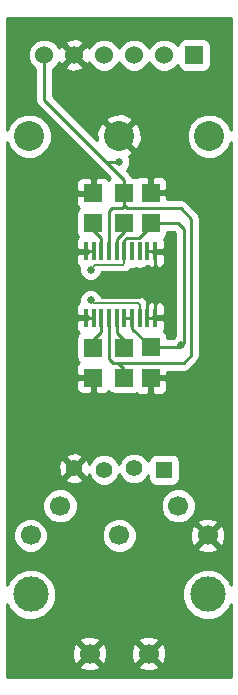
<source format=gbr>
G04 #@! TF.FileFunction,Copper,L2,Bot,Signal*
%FSLAX46Y46*%
G04 Gerber Fmt 4.6, Leading zero omitted, Abs format (unit mm)*
G04 Created by KiCad (PCBNEW 4.0.6) date Tue Jul 25 23:33:38 2017*
%MOMM*%
%LPD*%
G01*
G04 APERTURE LIST*
%ADD10C,0.100000*%
%ADD11R,1.600000X1.500000*%
%ADD12R,1.500000X1.600000*%
%ADD13R,1.524000X1.524000*%
%ADD14C,1.524000*%
%ADD15C,2.540000*%
%ADD16C,1.700000*%
%ADD17C,3.000000*%
%ADD18C,1.397000*%
%ADD19R,1.397000X1.397000*%
%ADD20R,0.400000X1.600000*%
%ADD21R,3.380000X2.400000*%
%ADD22C,0.635000*%
%ADD23C,0.250000*%
%ADD24C,0.152400*%
%ADD25C,0.254000*%
G04 APERTURE END LIST*
D10*
D11*
X126649000Y-99822000D03*
X124049000Y-99822000D03*
X126649000Y-84201000D03*
X124049000Y-84201000D03*
X126649000Y-97282000D03*
X124049000Y-97282000D03*
X126649000Y-86741000D03*
X124049000Y-86741000D03*
D12*
X128905000Y-86771000D03*
X128905000Y-84171000D03*
D13*
X132588000Y-72517000D03*
D14*
X130048000Y-72517000D03*
X127508000Y-72517000D03*
X124968000Y-72517000D03*
X122428000Y-72517000D03*
X119888000Y-72517000D03*
D15*
X133858000Y-79375000D03*
X118618000Y-79375000D03*
X126238000Y-79375000D03*
D12*
X128905000Y-97252000D03*
X128905000Y-99852000D03*
D16*
X133738000Y-113190000D03*
X126238000Y-113190000D03*
X118738000Y-113190000D03*
X131238000Y-110690000D03*
X121238000Y-110690000D03*
X128738000Y-123190000D03*
X123738000Y-123190000D03*
D17*
X133738000Y-118190000D03*
X118738000Y-118190000D03*
D18*
X127508000Y-107508040D03*
X124968000Y-107629960D03*
D19*
X130048000Y-107629960D03*
D18*
X122428000Y-107508040D03*
D20*
X129290000Y-94748000D03*
X128640000Y-94748000D03*
X127990000Y-94748000D03*
X127340000Y-94748000D03*
X126690000Y-94748000D03*
X126040000Y-94748000D03*
X125390000Y-94748000D03*
X124740000Y-94748000D03*
X124090000Y-94748000D03*
X123440000Y-94748000D03*
X123440000Y-89148000D03*
X124090000Y-89148000D03*
X124740000Y-89148000D03*
X125390000Y-89148000D03*
X126040000Y-89148000D03*
X126690000Y-89148000D03*
X127340000Y-89148000D03*
X127990000Y-89148000D03*
X128640000Y-89148000D03*
X129290000Y-89148000D03*
D21*
X126365000Y-91948000D03*
D22*
X126238000Y-81534000D03*
X130492500Y-95313500D03*
X120967500Y-92392500D03*
X119126000Y-85407500D03*
X133667500Y-87947500D03*
X133477000Y-92456000D03*
X123825000Y-90678000D03*
X131508500Y-97091500D03*
X123825000Y-93281500D03*
D23*
X126238000Y-81534000D02*
X125095000Y-81534000D01*
X129921000Y-85471000D02*
X131445000Y-85471000D01*
X129921000Y-85471000D02*
X126873000Y-85471000D01*
X126649000Y-85247000D02*
X126873000Y-85471000D01*
X131699000Y-98552000D02*
X130302000Y-98552000D01*
X132334000Y-97917000D02*
X131699000Y-98552000D01*
X132334000Y-86360000D02*
X132334000Y-97917000D01*
X131445000Y-85471000D02*
X132334000Y-86360000D01*
X126111000Y-98552000D02*
X130302000Y-98552000D01*
X126649000Y-85247000D02*
X126649000Y-85314000D01*
X125390000Y-85684000D02*
X125390000Y-89148000D01*
X125603000Y-85471000D02*
X125390000Y-85684000D01*
X126492000Y-85471000D02*
X125603000Y-85471000D01*
X126649000Y-85314000D02*
X126492000Y-85471000D01*
X126649000Y-85247000D02*
X126649000Y-84201000D01*
X125390000Y-94748000D02*
X125390000Y-98212000D01*
X125390000Y-98212000D02*
X125730000Y-98552000D01*
X126649000Y-99822000D02*
X126649000Y-99090000D01*
X126649000Y-99090000D02*
X126111000Y-98552000D01*
X126111000Y-98552000D02*
X125730000Y-98552000D01*
X119888000Y-72517000D02*
X119888000Y-76327000D01*
X119888000Y-76327000D02*
X125095000Y-81534000D01*
X125095000Y-81534000D02*
X126238000Y-82677000D01*
X126649000Y-83088000D02*
X126649000Y-84201000D01*
X126238000Y-82677000D02*
X126649000Y-83088000D01*
X126649000Y-99822000D02*
X126649000Y-99344000D01*
X124090000Y-89148000D02*
X123440000Y-89148000D01*
X124090000Y-94748000D02*
X123440000Y-94748000D01*
X129290000Y-89148000D02*
X129290000Y-90547000D01*
X129290000Y-90547000D02*
X129286000Y-90551000D01*
X129290000Y-94748000D02*
X129290000Y-93222000D01*
X129290000Y-93222000D02*
X129286000Y-93218000D01*
X128640000Y-94748000D02*
X128640000Y-93102000D01*
X128640000Y-93102000D02*
X128651000Y-93091000D01*
X128640000Y-94748000D02*
X129290000Y-94748000D01*
X128640000Y-89148000D02*
X129290000Y-89148000D01*
X126649000Y-97282000D02*
X126649000Y-96677000D01*
X126649000Y-96677000D02*
X126040000Y-96068000D01*
X126040000Y-96068000D02*
X126040000Y-94748000D01*
X124049000Y-97282000D02*
X124049000Y-96677000D01*
X124049000Y-96677000D02*
X124740000Y-95986000D01*
X124740000Y-95986000D02*
X124740000Y-94748000D01*
D24*
X126690000Y-89148000D02*
X126690000Y-90162500D01*
X124206000Y-90297000D02*
X123825000Y-90678000D01*
X126555500Y-90297000D02*
X124206000Y-90297000D01*
X126690000Y-90162500D02*
X126555500Y-90297000D01*
D23*
X126690000Y-89148000D02*
X126690000Y-88194000D01*
X127919000Y-88011000D02*
X129032000Y-86898000D01*
X126873000Y-88011000D02*
X127919000Y-88011000D01*
X126690000Y-88194000D02*
X126873000Y-88011000D01*
X131221000Y-86771000D02*
X128905000Y-86771000D01*
X131699000Y-87249000D02*
X131221000Y-86771000D01*
X131699000Y-96901000D02*
X131699000Y-87249000D01*
X131508500Y-97091500D02*
X131699000Y-96901000D01*
X128905000Y-97252000D02*
X131348000Y-97252000D01*
X131348000Y-97252000D02*
X131508500Y-97091500D01*
X127340000Y-95687000D02*
X128905000Y-97252000D01*
X127340000Y-94748000D02*
X127340000Y-95687000D01*
X126690000Y-94748000D02*
X127340000Y-94748000D01*
X126649000Y-86868000D02*
X126649000Y-87473000D01*
X126649000Y-87473000D02*
X126040000Y-88082000D01*
X126649000Y-86868000D02*
X126649000Y-87219000D01*
X126040000Y-88082000D02*
X126040000Y-89148000D01*
X124049000Y-86868000D02*
X124049000Y-87346000D01*
X124049000Y-87346000D02*
X124740000Y-88037000D01*
X124740000Y-88037000D02*
X124740000Y-89148000D01*
D24*
X127990000Y-93700000D02*
X127990000Y-94748000D01*
X127825500Y-93535500D02*
X127990000Y-93700000D01*
X124079000Y-93535500D02*
X127825500Y-93535500D01*
X123825000Y-93281500D02*
X124079000Y-93535500D01*
D25*
G36*
X135713000Y-78875927D02*
X135473922Y-78297314D01*
X134938505Y-77760961D01*
X134238590Y-77470332D01*
X133480735Y-77469670D01*
X132780314Y-77759078D01*
X132243961Y-78294495D01*
X131953332Y-78994410D01*
X131952670Y-79752265D01*
X132242078Y-80452686D01*
X132777495Y-80989039D01*
X133477410Y-81279668D01*
X134235265Y-81280330D01*
X134935686Y-80990922D01*
X135472039Y-80455505D01*
X135713000Y-79875204D01*
X135713000Y-117379061D01*
X135549020Y-116982200D01*
X134948959Y-116381091D01*
X134164541Y-116055372D01*
X133315185Y-116054630D01*
X132530200Y-116378980D01*
X131929091Y-116979041D01*
X131603372Y-117763459D01*
X131602630Y-118612815D01*
X131926980Y-119397800D01*
X132527041Y-119998909D01*
X133311459Y-120324628D01*
X134160815Y-120325370D01*
X134945800Y-120001020D01*
X135546909Y-119400959D01*
X135713000Y-119000968D01*
X135713000Y-125172000D01*
X116763000Y-125172000D01*
X116763000Y-124233958D01*
X122873647Y-124233958D01*
X122953920Y-124485259D01*
X123509279Y-124686718D01*
X124099458Y-124660315D01*
X124522080Y-124485259D01*
X124602353Y-124233958D01*
X127873647Y-124233958D01*
X127953920Y-124485259D01*
X128509279Y-124686718D01*
X129099458Y-124660315D01*
X129522080Y-124485259D01*
X129602353Y-124233958D01*
X128738000Y-123369605D01*
X127873647Y-124233958D01*
X124602353Y-124233958D01*
X123738000Y-123369605D01*
X122873647Y-124233958D01*
X116763000Y-124233958D01*
X116763000Y-122961279D01*
X122241282Y-122961279D01*
X122267685Y-123551458D01*
X122442741Y-123974080D01*
X122694042Y-124054353D01*
X123558395Y-123190000D01*
X123917605Y-123190000D01*
X124781958Y-124054353D01*
X125033259Y-123974080D01*
X125234718Y-123418721D01*
X125214254Y-122961279D01*
X127241282Y-122961279D01*
X127267685Y-123551458D01*
X127442741Y-123974080D01*
X127694042Y-124054353D01*
X128558395Y-123190000D01*
X128917605Y-123190000D01*
X129781958Y-124054353D01*
X130033259Y-123974080D01*
X130234718Y-123418721D01*
X130208315Y-122828542D01*
X130033259Y-122405920D01*
X129781958Y-122325647D01*
X128917605Y-123190000D01*
X128558395Y-123190000D01*
X127694042Y-122325647D01*
X127442741Y-122405920D01*
X127241282Y-122961279D01*
X125214254Y-122961279D01*
X125208315Y-122828542D01*
X125033259Y-122405920D01*
X124781958Y-122325647D01*
X123917605Y-123190000D01*
X123558395Y-123190000D01*
X122694042Y-122325647D01*
X122442741Y-122405920D01*
X122241282Y-122961279D01*
X116763000Y-122961279D01*
X116763000Y-122146042D01*
X122873647Y-122146042D01*
X123738000Y-123010395D01*
X124602353Y-122146042D01*
X127873647Y-122146042D01*
X128738000Y-123010395D01*
X129602353Y-122146042D01*
X129522080Y-121894741D01*
X128966721Y-121693282D01*
X128376542Y-121719685D01*
X127953920Y-121894741D01*
X127873647Y-122146042D01*
X124602353Y-122146042D01*
X124522080Y-121894741D01*
X123966721Y-121693282D01*
X123376542Y-121719685D01*
X122953920Y-121894741D01*
X122873647Y-122146042D01*
X116763000Y-122146042D01*
X116763000Y-119000939D01*
X116926980Y-119397800D01*
X117527041Y-119998909D01*
X118311459Y-120324628D01*
X119160815Y-120325370D01*
X119945800Y-120001020D01*
X120546909Y-119400959D01*
X120872628Y-118616541D01*
X120873370Y-117767185D01*
X120549020Y-116982200D01*
X119948959Y-116381091D01*
X119164541Y-116055372D01*
X118315185Y-116054630D01*
X117530200Y-116378980D01*
X116929091Y-116979041D01*
X116763000Y-117379032D01*
X116763000Y-113484089D01*
X117252743Y-113484089D01*
X117478344Y-114030086D01*
X117895717Y-114448188D01*
X118441319Y-114674742D01*
X119032089Y-114675257D01*
X119578086Y-114449656D01*
X119996188Y-114032283D01*
X120222742Y-113486681D01*
X120222744Y-113484089D01*
X124752743Y-113484089D01*
X124978344Y-114030086D01*
X125395717Y-114448188D01*
X125941319Y-114674742D01*
X126532089Y-114675257D01*
X127078086Y-114449656D01*
X127294160Y-114233958D01*
X132873647Y-114233958D01*
X132953920Y-114485259D01*
X133509279Y-114686718D01*
X134099458Y-114660315D01*
X134522080Y-114485259D01*
X134602353Y-114233958D01*
X133738000Y-113369605D01*
X132873647Y-114233958D01*
X127294160Y-114233958D01*
X127496188Y-114032283D01*
X127722742Y-113486681D01*
X127723200Y-112961279D01*
X132241282Y-112961279D01*
X132267685Y-113551458D01*
X132442741Y-113974080D01*
X132694042Y-114054353D01*
X133558395Y-113190000D01*
X133917605Y-113190000D01*
X134781958Y-114054353D01*
X135033259Y-113974080D01*
X135234718Y-113418721D01*
X135208315Y-112828542D01*
X135033259Y-112405920D01*
X134781958Y-112325647D01*
X133917605Y-113190000D01*
X133558395Y-113190000D01*
X132694042Y-112325647D01*
X132442741Y-112405920D01*
X132241282Y-112961279D01*
X127723200Y-112961279D01*
X127723257Y-112895911D01*
X127497656Y-112349914D01*
X127080283Y-111931812D01*
X126534681Y-111705258D01*
X125943911Y-111704743D01*
X125397914Y-111930344D01*
X124979812Y-112347717D01*
X124753258Y-112893319D01*
X124752743Y-113484089D01*
X120222744Y-113484089D01*
X120223257Y-112895911D01*
X119997656Y-112349914D01*
X119580283Y-111931812D01*
X119034681Y-111705258D01*
X118443911Y-111704743D01*
X117897914Y-111930344D01*
X117479812Y-112347717D01*
X117253258Y-112893319D01*
X117252743Y-113484089D01*
X116763000Y-113484089D01*
X116763000Y-110984089D01*
X119752743Y-110984089D01*
X119978344Y-111530086D01*
X120395717Y-111948188D01*
X120941319Y-112174742D01*
X121532089Y-112175257D01*
X122078086Y-111949656D01*
X122496188Y-111532283D01*
X122722742Y-110986681D01*
X122722744Y-110984089D01*
X129752743Y-110984089D01*
X129978344Y-111530086D01*
X130395717Y-111948188D01*
X130941319Y-112174742D01*
X131532089Y-112175257D01*
X131602794Y-112146042D01*
X132873647Y-112146042D01*
X133738000Y-113010395D01*
X134602353Y-112146042D01*
X134522080Y-111894741D01*
X133966721Y-111693282D01*
X133376542Y-111719685D01*
X132953920Y-111894741D01*
X132873647Y-112146042D01*
X131602794Y-112146042D01*
X132078086Y-111949656D01*
X132496188Y-111532283D01*
X132722742Y-110986681D01*
X132723257Y-110395911D01*
X132497656Y-109849914D01*
X132080283Y-109431812D01*
X131534681Y-109205258D01*
X130943911Y-109204743D01*
X130397914Y-109430344D01*
X129979812Y-109847717D01*
X129753258Y-110393319D01*
X129752743Y-110984089D01*
X122722744Y-110984089D01*
X122723257Y-110395911D01*
X122497656Y-109849914D01*
X122080283Y-109431812D01*
X121534681Y-109205258D01*
X120943911Y-109204743D01*
X120397914Y-109430344D01*
X119979812Y-109847717D01*
X119753258Y-110393319D01*
X119752743Y-110984089D01*
X116763000Y-110984089D01*
X116763000Y-108442228D01*
X121673417Y-108442228D01*
X121735071Y-108677840D01*
X122235480Y-108853967D01*
X122765199Y-108825188D01*
X123120929Y-108677840D01*
X123182583Y-108442228D01*
X122428000Y-107687645D01*
X121673417Y-108442228D01*
X116763000Y-108442228D01*
X116763000Y-107315520D01*
X121082073Y-107315520D01*
X121110852Y-107845239D01*
X121258200Y-108200969D01*
X121493812Y-108262623D01*
X122248395Y-107508040D01*
X122607605Y-107508040D01*
X123362188Y-108262623D01*
X123597800Y-108200969D01*
X123672911Y-107987566D01*
X123836854Y-108384340D01*
X124211647Y-108759787D01*
X124701587Y-108963228D01*
X125232086Y-108963691D01*
X125722380Y-108761106D01*
X126097827Y-108386313D01*
X126263344Y-107987704D01*
X126376854Y-108262420D01*
X126751647Y-108637867D01*
X127241587Y-108841308D01*
X127772086Y-108841771D01*
X128262380Y-108639186D01*
X128637827Y-108264393D01*
X128702060Y-108109703D01*
X128702060Y-108328460D01*
X128746338Y-108563777D01*
X128885410Y-108779901D01*
X129097610Y-108924891D01*
X129349500Y-108975900D01*
X130746500Y-108975900D01*
X130981817Y-108931622D01*
X131197941Y-108792550D01*
X131342931Y-108580350D01*
X131393940Y-108328460D01*
X131393940Y-106931460D01*
X131349662Y-106696143D01*
X131210590Y-106480019D01*
X130998390Y-106335029D01*
X130746500Y-106284020D01*
X129349500Y-106284020D01*
X129114183Y-106328298D01*
X128898059Y-106467370D01*
X128753069Y-106679570D01*
X128705530Y-106914323D01*
X128639146Y-106753660D01*
X128264353Y-106378213D01*
X127774413Y-106174772D01*
X127243914Y-106174309D01*
X126753620Y-106376894D01*
X126378173Y-106751687D01*
X126212656Y-107150296D01*
X126099146Y-106875580D01*
X125724353Y-106500133D01*
X125234413Y-106296692D01*
X124703914Y-106296229D01*
X124213620Y-106498814D01*
X123838173Y-106873607D01*
X123729968Y-107134193D01*
X123597800Y-106815111D01*
X123362188Y-106753457D01*
X122607605Y-107508040D01*
X122248395Y-107508040D01*
X121493812Y-106753457D01*
X121258200Y-106815111D01*
X121082073Y-107315520D01*
X116763000Y-107315520D01*
X116763000Y-106573852D01*
X121673417Y-106573852D01*
X122428000Y-107328435D01*
X123182583Y-106573852D01*
X123120929Y-106338240D01*
X122620520Y-106162113D01*
X122090801Y-106190892D01*
X121735071Y-106338240D01*
X121673417Y-106573852D01*
X116763000Y-106573852D01*
X116763000Y-100107750D01*
X122614000Y-100107750D01*
X122614000Y-100698309D01*
X122710673Y-100931698D01*
X122889301Y-101110327D01*
X123122690Y-101207000D01*
X123763250Y-101207000D01*
X123922000Y-101048250D01*
X123922000Y-99949000D01*
X122772750Y-99949000D01*
X122614000Y-100107750D01*
X116763000Y-100107750D01*
X116763000Y-83324691D01*
X122614000Y-83324691D01*
X122614000Y-83915250D01*
X122772750Y-84074000D01*
X123922000Y-84074000D01*
X123922000Y-82974750D01*
X123763250Y-82816000D01*
X123122690Y-82816000D01*
X122889301Y-82912673D01*
X122710673Y-83091302D01*
X122614000Y-83324691D01*
X116763000Y-83324691D01*
X116763000Y-79874073D01*
X117002078Y-80452686D01*
X117537495Y-80989039D01*
X118237410Y-81279668D01*
X118995265Y-81280330D01*
X119695686Y-80990922D01*
X120232039Y-80455505D01*
X120522668Y-79755590D01*
X120523330Y-78997735D01*
X120233922Y-78297314D01*
X119698505Y-77760961D01*
X118998590Y-77470332D01*
X118240735Y-77469670D01*
X117540314Y-77759078D01*
X117003961Y-78294495D01*
X116763000Y-78874796D01*
X116763000Y-72793661D01*
X118490758Y-72793661D01*
X118702990Y-73307303D01*
X119095630Y-73700629D01*
X119128000Y-73714070D01*
X119128000Y-76327000D01*
X119185852Y-76617839D01*
X119350599Y-76864401D01*
X125443528Y-82957330D01*
X125397559Y-82986910D01*
X125351031Y-83055006D01*
X125208699Y-82912673D01*
X124975310Y-82816000D01*
X124334750Y-82816000D01*
X124176000Y-82974750D01*
X124176000Y-84074000D01*
X124196000Y-84074000D01*
X124196000Y-84328000D01*
X124176000Y-84328000D01*
X124176000Y-84348000D01*
X123922000Y-84348000D01*
X123922000Y-84328000D01*
X122772750Y-84328000D01*
X122614000Y-84486750D01*
X122614000Y-85077309D01*
X122710673Y-85310698D01*
X122876249Y-85476275D01*
X122797559Y-85526910D01*
X122652569Y-85739110D01*
X122601560Y-85991000D01*
X122601560Y-87491000D01*
X122645838Y-87726317D01*
X122770276Y-87919699D01*
X122701673Y-87988301D01*
X122605000Y-88221690D01*
X122605000Y-88862250D01*
X122763750Y-89021000D01*
X123340000Y-89021000D01*
X123340000Y-89001000D01*
X123393750Y-89001000D01*
X123413750Y-89021000D01*
X123587000Y-89021000D01*
X123587000Y-89275000D01*
X123413750Y-89275000D01*
X123393750Y-89295000D01*
X123340000Y-89295000D01*
X123340000Y-89275000D01*
X122763750Y-89275000D01*
X122605000Y-89433750D01*
X122605000Y-90074310D01*
X122701673Y-90307699D01*
X122875310Y-90481335D01*
X122872665Y-90487705D01*
X122872335Y-90866633D01*
X123017039Y-91216843D01*
X123284747Y-91485020D01*
X123634705Y-91630335D01*
X124013633Y-91630665D01*
X124363843Y-91485961D01*
X124632020Y-91218253D01*
X124719241Y-91008200D01*
X126555500Y-91008200D01*
X126827665Y-90954063D01*
X127058394Y-90799894D01*
X127192895Y-90665394D01*
X127239637Y-90595440D01*
X127540000Y-90595440D01*
X127669589Y-90571056D01*
X127790000Y-90595440D01*
X128190000Y-90595440D01*
X128295705Y-90575550D01*
X128313691Y-90583000D01*
X128381250Y-90583000D01*
X128410254Y-90553996D01*
X128425317Y-90551162D01*
X128641441Y-90412090D01*
X128647377Y-90403402D01*
X128730302Y-90486327D01*
X128852830Y-90537080D01*
X128898750Y-90583000D01*
X129031250Y-90583000D01*
X129077170Y-90537080D01*
X129199698Y-90486327D01*
X129378327Y-90307699D01*
X129390000Y-90279518D01*
X129390000Y-90424250D01*
X129548750Y-90583000D01*
X129616309Y-90583000D01*
X129849698Y-90486327D01*
X130028327Y-90307699D01*
X130125000Y-90074310D01*
X130125000Y-89433750D01*
X129966250Y-89275000D01*
X129390000Y-89275000D01*
X129390000Y-89348750D01*
X129316250Y-89275000D01*
X129143000Y-89275000D01*
X129143000Y-89021000D01*
X129316250Y-89021000D01*
X129336250Y-89001000D01*
X129390000Y-89001000D01*
X129390000Y-89021000D01*
X129966250Y-89021000D01*
X130125000Y-88862250D01*
X130125000Y-88221690D01*
X130060068Y-88064930D01*
X130106441Y-88035090D01*
X130251431Y-87822890D01*
X130302440Y-87571000D01*
X130302440Y-87531000D01*
X130906198Y-87531000D01*
X130939000Y-87563802D01*
X130939000Y-96314142D01*
X130760831Y-96492000D01*
X130302440Y-96492000D01*
X130302440Y-96452000D01*
X130258162Y-96216683D01*
X130119090Y-96000559D01*
X130010003Y-95926023D01*
X130028327Y-95907699D01*
X130125000Y-95674310D01*
X130125000Y-95033750D01*
X129966250Y-94875000D01*
X129390000Y-94875000D01*
X129390000Y-94895000D01*
X129336250Y-94895000D01*
X129316250Y-94875000D01*
X129143000Y-94875000D01*
X129143000Y-94621000D01*
X129316250Y-94621000D01*
X129390000Y-94547250D01*
X129390000Y-94621000D01*
X129966250Y-94621000D01*
X130125000Y-94462250D01*
X130125000Y-93821690D01*
X130028327Y-93588301D01*
X129849698Y-93409673D01*
X129616309Y-93313000D01*
X129548750Y-93313000D01*
X129390000Y-93471750D01*
X129390000Y-93616482D01*
X129378327Y-93588301D01*
X129199698Y-93409673D01*
X129077170Y-93358920D01*
X129031250Y-93313000D01*
X128898750Y-93313000D01*
X128852830Y-93358920D01*
X128730302Y-93409673D01*
X128657860Y-93482115D01*
X128647063Y-93427836D01*
X128647063Y-93427835D01*
X128492894Y-93197106D01*
X128328394Y-93032606D01*
X128097665Y-92878437D01*
X127825500Y-92824300D01*
X124666695Y-92824300D01*
X124632961Y-92742657D01*
X124365253Y-92474480D01*
X124015295Y-92329165D01*
X123636367Y-92328835D01*
X123286157Y-92473539D01*
X123017980Y-92741247D01*
X122872665Y-93091205D01*
X122872381Y-93417594D01*
X122701673Y-93588301D01*
X122605000Y-93821690D01*
X122605000Y-94462250D01*
X122763750Y-94621000D01*
X123340000Y-94621000D01*
X123340000Y-94601000D01*
X123393750Y-94601000D01*
X123413750Y-94621000D01*
X123587000Y-94621000D01*
X123587000Y-94875000D01*
X123413750Y-94875000D01*
X123393750Y-94895000D01*
X123340000Y-94895000D01*
X123340000Y-94875000D01*
X122763750Y-94875000D01*
X122605000Y-95033750D01*
X122605000Y-95674310D01*
X122701673Y-95907699D01*
X122836699Y-96042724D01*
X122797559Y-96067910D01*
X122652569Y-96280110D01*
X122601560Y-96532000D01*
X122601560Y-98032000D01*
X122645838Y-98267317D01*
X122784910Y-98483441D01*
X122876769Y-98546205D01*
X122710673Y-98712302D01*
X122614000Y-98945691D01*
X122614000Y-99536250D01*
X122772750Y-99695000D01*
X123922000Y-99695000D01*
X123922000Y-99675000D01*
X124176000Y-99675000D01*
X124176000Y-99695000D01*
X124196000Y-99695000D01*
X124196000Y-99949000D01*
X124176000Y-99949000D01*
X124176000Y-101048250D01*
X124334750Y-101207000D01*
X124975310Y-101207000D01*
X125208699Y-101110327D01*
X125349936Y-100969089D01*
X125384910Y-101023441D01*
X125597110Y-101168431D01*
X125849000Y-101219440D01*
X127449000Y-101219440D01*
X127684317Y-101175162D01*
X127742620Y-101137645D01*
X127795302Y-101190327D01*
X128028691Y-101287000D01*
X128619250Y-101287000D01*
X128778000Y-101128250D01*
X128778000Y-99979000D01*
X129032000Y-99979000D01*
X129032000Y-101128250D01*
X129190750Y-101287000D01*
X129781309Y-101287000D01*
X130014698Y-101190327D01*
X130193327Y-101011699D01*
X130290000Y-100778310D01*
X130290000Y-100137750D01*
X130131250Y-99979000D01*
X129032000Y-99979000D01*
X128778000Y-99979000D01*
X128758000Y-99979000D01*
X128758000Y-99725000D01*
X128778000Y-99725000D01*
X128778000Y-99705000D01*
X129032000Y-99705000D01*
X129032000Y-99725000D01*
X130131250Y-99725000D01*
X130290000Y-99566250D01*
X130290000Y-99312000D01*
X131699000Y-99312000D01*
X131989839Y-99254148D01*
X132236401Y-99089401D01*
X132871401Y-98454401D01*
X133036148Y-98207839D01*
X133094000Y-97917000D01*
X133094000Y-86360000D01*
X133036148Y-86069161D01*
X132871401Y-85822599D01*
X131982401Y-84933599D01*
X131735839Y-84768852D01*
X131445000Y-84711000D01*
X130290000Y-84711000D01*
X130290000Y-84456750D01*
X130131250Y-84298000D01*
X129032000Y-84298000D01*
X129032000Y-84318000D01*
X128778000Y-84318000D01*
X128778000Y-84298000D01*
X128758000Y-84298000D01*
X128758000Y-84044000D01*
X128778000Y-84044000D01*
X128778000Y-82894750D01*
X129032000Y-82894750D01*
X129032000Y-84044000D01*
X130131250Y-84044000D01*
X130290000Y-83885250D01*
X130290000Y-83244690D01*
X130193327Y-83011301D01*
X130014698Y-82832673D01*
X129781309Y-82736000D01*
X129190750Y-82736000D01*
X129032000Y-82894750D01*
X128778000Y-82894750D01*
X128619250Y-82736000D01*
X128028691Y-82736000D01*
X127795302Y-82832673D01*
X127743970Y-82884004D01*
X127700890Y-82854569D01*
X127449000Y-82803560D01*
X127352421Y-82803560D01*
X127351148Y-82797161D01*
X127186401Y-82550599D01*
X126877391Y-82241589D01*
X127045020Y-82074253D01*
X127190335Y-81724295D01*
X127190665Y-81345367D01*
X127087295Y-81095192D01*
X127274480Y-81017657D01*
X127406172Y-80722777D01*
X126238000Y-79554605D01*
X126223858Y-79568748D01*
X126044253Y-79389143D01*
X126058395Y-79375000D01*
X126417605Y-79375000D01*
X127585777Y-80543172D01*
X127880657Y-80411480D01*
X128152261Y-79703964D01*
X128132436Y-78946368D01*
X127880657Y-78338520D01*
X127585777Y-78206828D01*
X126417605Y-79375000D01*
X126058395Y-79375000D01*
X124890223Y-78206828D01*
X124595343Y-78338520D01*
X124323739Y-79046036D01*
X124340988Y-79705186D01*
X122663025Y-78027223D01*
X125069828Y-78027223D01*
X126238000Y-79195395D01*
X127406172Y-78027223D01*
X127274480Y-77732343D01*
X126566964Y-77460739D01*
X125809368Y-77480564D01*
X125201520Y-77732343D01*
X125069828Y-78027223D01*
X122663025Y-78027223D01*
X120648000Y-76012198D01*
X120648000Y-73714531D01*
X120678303Y-73702010D01*
X120883457Y-73497213D01*
X121627392Y-73497213D01*
X121696857Y-73739397D01*
X122220302Y-73926144D01*
X122775368Y-73898362D01*
X123159143Y-73739397D01*
X123228608Y-73497213D01*
X122428000Y-72696605D01*
X121627392Y-73497213D01*
X120883457Y-73497213D01*
X121071629Y-73309370D01*
X121151395Y-73117273D01*
X121205603Y-73248143D01*
X121447787Y-73317608D01*
X122248395Y-72517000D01*
X122607605Y-72517000D01*
X123408213Y-73317608D01*
X123650397Y-73248143D01*
X123700509Y-73107682D01*
X123782990Y-73307303D01*
X124175630Y-73700629D01*
X124688900Y-73913757D01*
X125244661Y-73914242D01*
X125758303Y-73702010D01*
X126151629Y-73309370D01*
X126237949Y-73101488D01*
X126322990Y-73307303D01*
X126715630Y-73700629D01*
X127228900Y-73913757D01*
X127784661Y-73914242D01*
X128298303Y-73702010D01*
X128691629Y-73309370D01*
X128777949Y-73101488D01*
X128862990Y-73307303D01*
X129255630Y-73700629D01*
X129768900Y-73913757D01*
X130324661Y-73914242D01*
X130838303Y-73702010D01*
X131191763Y-73349167D01*
X131222838Y-73514317D01*
X131361910Y-73730441D01*
X131574110Y-73875431D01*
X131826000Y-73926440D01*
X133350000Y-73926440D01*
X133585317Y-73882162D01*
X133801441Y-73743090D01*
X133946431Y-73530890D01*
X133997440Y-73279000D01*
X133997440Y-71755000D01*
X133953162Y-71519683D01*
X133814090Y-71303559D01*
X133601890Y-71158569D01*
X133350000Y-71107560D01*
X131826000Y-71107560D01*
X131590683Y-71151838D01*
X131374559Y-71290910D01*
X131229569Y-71503110D01*
X131192508Y-71686124D01*
X130840370Y-71333371D01*
X130327100Y-71120243D01*
X129771339Y-71119758D01*
X129257697Y-71331990D01*
X128864371Y-71724630D01*
X128778051Y-71932512D01*
X128693010Y-71726697D01*
X128300370Y-71333371D01*
X127787100Y-71120243D01*
X127231339Y-71119758D01*
X126717697Y-71331990D01*
X126324371Y-71724630D01*
X126238051Y-71932512D01*
X126153010Y-71726697D01*
X125760370Y-71333371D01*
X125247100Y-71120243D01*
X124691339Y-71119758D01*
X124177697Y-71331990D01*
X123784371Y-71724630D01*
X123704605Y-71916727D01*
X123650397Y-71785857D01*
X123408213Y-71716392D01*
X122607605Y-72517000D01*
X122248395Y-72517000D01*
X121447787Y-71716392D01*
X121205603Y-71785857D01*
X121155491Y-71926318D01*
X121073010Y-71726697D01*
X120883432Y-71536787D01*
X121627392Y-71536787D01*
X122428000Y-72337395D01*
X123228608Y-71536787D01*
X123159143Y-71294603D01*
X122635698Y-71107856D01*
X122080632Y-71135638D01*
X121696857Y-71294603D01*
X121627392Y-71536787D01*
X120883432Y-71536787D01*
X120680370Y-71333371D01*
X120167100Y-71120243D01*
X119611339Y-71119758D01*
X119097697Y-71331990D01*
X118704371Y-71724630D01*
X118491243Y-72237900D01*
X118490758Y-72793661D01*
X116763000Y-72793661D01*
X116763000Y-69392000D01*
X135713000Y-69392000D01*
X135713000Y-78875927D01*
X135713000Y-78875927D01*
G37*
X135713000Y-78875927D02*
X135473922Y-78297314D01*
X134938505Y-77760961D01*
X134238590Y-77470332D01*
X133480735Y-77469670D01*
X132780314Y-77759078D01*
X132243961Y-78294495D01*
X131953332Y-78994410D01*
X131952670Y-79752265D01*
X132242078Y-80452686D01*
X132777495Y-80989039D01*
X133477410Y-81279668D01*
X134235265Y-81280330D01*
X134935686Y-80990922D01*
X135472039Y-80455505D01*
X135713000Y-79875204D01*
X135713000Y-117379061D01*
X135549020Y-116982200D01*
X134948959Y-116381091D01*
X134164541Y-116055372D01*
X133315185Y-116054630D01*
X132530200Y-116378980D01*
X131929091Y-116979041D01*
X131603372Y-117763459D01*
X131602630Y-118612815D01*
X131926980Y-119397800D01*
X132527041Y-119998909D01*
X133311459Y-120324628D01*
X134160815Y-120325370D01*
X134945800Y-120001020D01*
X135546909Y-119400959D01*
X135713000Y-119000968D01*
X135713000Y-125172000D01*
X116763000Y-125172000D01*
X116763000Y-124233958D01*
X122873647Y-124233958D01*
X122953920Y-124485259D01*
X123509279Y-124686718D01*
X124099458Y-124660315D01*
X124522080Y-124485259D01*
X124602353Y-124233958D01*
X127873647Y-124233958D01*
X127953920Y-124485259D01*
X128509279Y-124686718D01*
X129099458Y-124660315D01*
X129522080Y-124485259D01*
X129602353Y-124233958D01*
X128738000Y-123369605D01*
X127873647Y-124233958D01*
X124602353Y-124233958D01*
X123738000Y-123369605D01*
X122873647Y-124233958D01*
X116763000Y-124233958D01*
X116763000Y-122961279D01*
X122241282Y-122961279D01*
X122267685Y-123551458D01*
X122442741Y-123974080D01*
X122694042Y-124054353D01*
X123558395Y-123190000D01*
X123917605Y-123190000D01*
X124781958Y-124054353D01*
X125033259Y-123974080D01*
X125234718Y-123418721D01*
X125214254Y-122961279D01*
X127241282Y-122961279D01*
X127267685Y-123551458D01*
X127442741Y-123974080D01*
X127694042Y-124054353D01*
X128558395Y-123190000D01*
X128917605Y-123190000D01*
X129781958Y-124054353D01*
X130033259Y-123974080D01*
X130234718Y-123418721D01*
X130208315Y-122828542D01*
X130033259Y-122405920D01*
X129781958Y-122325647D01*
X128917605Y-123190000D01*
X128558395Y-123190000D01*
X127694042Y-122325647D01*
X127442741Y-122405920D01*
X127241282Y-122961279D01*
X125214254Y-122961279D01*
X125208315Y-122828542D01*
X125033259Y-122405920D01*
X124781958Y-122325647D01*
X123917605Y-123190000D01*
X123558395Y-123190000D01*
X122694042Y-122325647D01*
X122442741Y-122405920D01*
X122241282Y-122961279D01*
X116763000Y-122961279D01*
X116763000Y-122146042D01*
X122873647Y-122146042D01*
X123738000Y-123010395D01*
X124602353Y-122146042D01*
X127873647Y-122146042D01*
X128738000Y-123010395D01*
X129602353Y-122146042D01*
X129522080Y-121894741D01*
X128966721Y-121693282D01*
X128376542Y-121719685D01*
X127953920Y-121894741D01*
X127873647Y-122146042D01*
X124602353Y-122146042D01*
X124522080Y-121894741D01*
X123966721Y-121693282D01*
X123376542Y-121719685D01*
X122953920Y-121894741D01*
X122873647Y-122146042D01*
X116763000Y-122146042D01*
X116763000Y-119000939D01*
X116926980Y-119397800D01*
X117527041Y-119998909D01*
X118311459Y-120324628D01*
X119160815Y-120325370D01*
X119945800Y-120001020D01*
X120546909Y-119400959D01*
X120872628Y-118616541D01*
X120873370Y-117767185D01*
X120549020Y-116982200D01*
X119948959Y-116381091D01*
X119164541Y-116055372D01*
X118315185Y-116054630D01*
X117530200Y-116378980D01*
X116929091Y-116979041D01*
X116763000Y-117379032D01*
X116763000Y-113484089D01*
X117252743Y-113484089D01*
X117478344Y-114030086D01*
X117895717Y-114448188D01*
X118441319Y-114674742D01*
X119032089Y-114675257D01*
X119578086Y-114449656D01*
X119996188Y-114032283D01*
X120222742Y-113486681D01*
X120222744Y-113484089D01*
X124752743Y-113484089D01*
X124978344Y-114030086D01*
X125395717Y-114448188D01*
X125941319Y-114674742D01*
X126532089Y-114675257D01*
X127078086Y-114449656D01*
X127294160Y-114233958D01*
X132873647Y-114233958D01*
X132953920Y-114485259D01*
X133509279Y-114686718D01*
X134099458Y-114660315D01*
X134522080Y-114485259D01*
X134602353Y-114233958D01*
X133738000Y-113369605D01*
X132873647Y-114233958D01*
X127294160Y-114233958D01*
X127496188Y-114032283D01*
X127722742Y-113486681D01*
X127723200Y-112961279D01*
X132241282Y-112961279D01*
X132267685Y-113551458D01*
X132442741Y-113974080D01*
X132694042Y-114054353D01*
X133558395Y-113190000D01*
X133917605Y-113190000D01*
X134781958Y-114054353D01*
X135033259Y-113974080D01*
X135234718Y-113418721D01*
X135208315Y-112828542D01*
X135033259Y-112405920D01*
X134781958Y-112325647D01*
X133917605Y-113190000D01*
X133558395Y-113190000D01*
X132694042Y-112325647D01*
X132442741Y-112405920D01*
X132241282Y-112961279D01*
X127723200Y-112961279D01*
X127723257Y-112895911D01*
X127497656Y-112349914D01*
X127080283Y-111931812D01*
X126534681Y-111705258D01*
X125943911Y-111704743D01*
X125397914Y-111930344D01*
X124979812Y-112347717D01*
X124753258Y-112893319D01*
X124752743Y-113484089D01*
X120222744Y-113484089D01*
X120223257Y-112895911D01*
X119997656Y-112349914D01*
X119580283Y-111931812D01*
X119034681Y-111705258D01*
X118443911Y-111704743D01*
X117897914Y-111930344D01*
X117479812Y-112347717D01*
X117253258Y-112893319D01*
X117252743Y-113484089D01*
X116763000Y-113484089D01*
X116763000Y-110984089D01*
X119752743Y-110984089D01*
X119978344Y-111530086D01*
X120395717Y-111948188D01*
X120941319Y-112174742D01*
X121532089Y-112175257D01*
X122078086Y-111949656D01*
X122496188Y-111532283D01*
X122722742Y-110986681D01*
X122722744Y-110984089D01*
X129752743Y-110984089D01*
X129978344Y-111530086D01*
X130395717Y-111948188D01*
X130941319Y-112174742D01*
X131532089Y-112175257D01*
X131602794Y-112146042D01*
X132873647Y-112146042D01*
X133738000Y-113010395D01*
X134602353Y-112146042D01*
X134522080Y-111894741D01*
X133966721Y-111693282D01*
X133376542Y-111719685D01*
X132953920Y-111894741D01*
X132873647Y-112146042D01*
X131602794Y-112146042D01*
X132078086Y-111949656D01*
X132496188Y-111532283D01*
X132722742Y-110986681D01*
X132723257Y-110395911D01*
X132497656Y-109849914D01*
X132080283Y-109431812D01*
X131534681Y-109205258D01*
X130943911Y-109204743D01*
X130397914Y-109430344D01*
X129979812Y-109847717D01*
X129753258Y-110393319D01*
X129752743Y-110984089D01*
X122722744Y-110984089D01*
X122723257Y-110395911D01*
X122497656Y-109849914D01*
X122080283Y-109431812D01*
X121534681Y-109205258D01*
X120943911Y-109204743D01*
X120397914Y-109430344D01*
X119979812Y-109847717D01*
X119753258Y-110393319D01*
X119752743Y-110984089D01*
X116763000Y-110984089D01*
X116763000Y-108442228D01*
X121673417Y-108442228D01*
X121735071Y-108677840D01*
X122235480Y-108853967D01*
X122765199Y-108825188D01*
X123120929Y-108677840D01*
X123182583Y-108442228D01*
X122428000Y-107687645D01*
X121673417Y-108442228D01*
X116763000Y-108442228D01*
X116763000Y-107315520D01*
X121082073Y-107315520D01*
X121110852Y-107845239D01*
X121258200Y-108200969D01*
X121493812Y-108262623D01*
X122248395Y-107508040D01*
X122607605Y-107508040D01*
X123362188Y-108262623D01*
X123597800Y-108200969D01*
X123672911Y-107987566D01*
X123836854Y-108384340D01*
X124211647Y-108759787D01*
X124701587Y-108963228D01*
X125232086Y-108963691D01*
X125722380Y-108761106D01*
X126097827Y-108386313D01*
X126263344Y-107987704D01*
X126376854Y-108262420D01*
X126751647Y-108637867D01*
X127241587Y-108841308D01*
X127772086Y-108841771D01*
X128262380Y-108639186D01*
X128637827Y-108264393D01*
X128702060Y-108109703D01*
X128702060Y-108328460D01*
X128746338Y-108563777D01*
X128885410Y-108779901D01*
X129097610Y-108924891D01*
X129349500Y-108975900D01*
X130746500Y-108975900D01*
X130981817Y-108931622D01*
X131197941Y-108792550D01*
X131342931Y-108580350D01*
X131393940Y-108328460D01*
X131393940Y-106931460D01*
X131349662Y-106696143D01*
X131210590Y-106480019D01*
X130998390Y-106335029D01*
X130746500Y-106284020D01*
X129349500Y-106284020D01*
X129114183Y-106328298D01*
X128898059Y-106467370D01*
X128753069Y-106679570D01*
X128705530Y-106914323D01*
X128639146Y-106753660D01*
X128264353Y-106378213D01*
X127774413Y-106174772D01*
X127243914Y-106174309D01*
X126753620Y-106376894D01*
X126378173Y-106751687D01*
X126212656Y-107150296D01*
X126099146Y-106875580D01*
X125724353Y-106500133D01*
X125234413Y-106296692D01*
X124703914Y-106296229D01*
X124213620Y-106498814D01*
X123838173Y-106873607D01*
X123729968Y-107134193D01*
X123597800Y-106815111D01*
X123362188Y-106753457D01*
X122607605Y-107508040D01*
X122248395Y-107508040D01*
X121493812Y-106753457D01*
X121258200Y-106815111D01*
X121082073Y-107315520D01*
X116763000Y-107315520D01*
X116763000Y-106573852D01*
X121673417Y-106573852D01*
X122428000Y-107328435D01*
X123182583Y-106573852D01*
X123120929Y-106338240D01*
X122620520Y-106162113D01*
X122090801Y-106190892D01*
X121735071Y-106338240D01*
X121673417Y-106573852D01*
X116763000Y-106573852D01*
X116763000Y-100107750D01*
X122614000Y-100107750D01*
X122614000Y-100698309D01*
X122710673Y-100931698D01*
X122889301Y-101110327D01*
X123122690Y-101207000D01*
X123763250Y-101207000D01*
X123922000Y-101048250D01*
X123922000Y-99949000D01*
X122772750Y-99949000D01*
X122614000Y-100107750D01*
X116763000Y-100107750D01*
X116763000Y-83324691D01*
X122614000Y-83324691D01*
X122614000Y-83915250D01*
X122772750Y-84074000D01*
X123922000Y-84074000D01*
X123922000Y-82974750D01*
X123763250Y-82816000D01*
X123122690Y-82816000D01*
X122889301Y-82912673D01*
X122710673Y-83091302D01*
X122614000Y-83324691D01*
X116763000Y-83324691D01*
X116763000Y-79874073D01*
X117002078Y-80452686D01*
X117537495Y-80989039D01*
X118237410Y-81279668D01*
X118995265Y-81280330D01*
X119695686Y-80990922D01*
X120232039Y-80455505D01*
X120522668Y-79755590D01*
X120523330Y-78997735D01*
X120233922Y-78297314D01*
X119698505Y-77760961D01*
X118998590Y-77470332D01*
X118240735Y-77469670D01*
X117540314Y-77759078D01*
X117003961Y-78294495D01*
X116763000Y-78874796D01*
X116763000Y-72793661D01*
X118490758Y-72793661D01*
X118702990Y-73307303D01*
X119095630Y-73700629D01*
X119128000Y-73714070D01*
X119128000Y-76327000D01*
X119185852Y-76617839D01*
X119350599Y-76864401D01*
X125443528Y-82957330D01*
X125397559Y-82986910D01*
X125351031Y-83055006D01*
X125208699Y-82912673D01*
X124975310Y-82816000D01*
X124334750Y-82816000D01*
X124176000Y-82974750D01*
X124176000Y-84074000D01*
X124196000Y-84074000D01*
X124196000Y-84328000D01*
X124176000Y-84328000D01*
X124176000Y-84348000D01*
X123922000Y-84348000D01*
X123922000Y-84328000D01*
X122772750Y-84328000D01*
X122614000Y-84486750D01*
X122614000Y-85077309D01*
X122710673Y-85310698D01*
X122876249Y-85476275D01*
X122797559Y-85526910D01*
X122652569Y-85739110D01*
X122601560Y-85991000D01*
X122601560Y-87491000D01*
X122645838Y-87726317D01*
X122770276Y-87919699D01*
X122701673Y-87988301D01*
X122605000Y-88221690D01*
X122605000Y-88862250D01*
X122763750Y-89021000D01*
X123340000Y-89021000D01*
X123340000Y-89001000D01*
X123393750Y-89001000D01*
X123413750Y-89021000D01*
X123587000Y-89021000D01*
X123587000Y-89275000D01*
X123413750Y-89275000D01*
X123393750Y-89295000D01*
X123340000Y-89295000D01*
X123340000Y-89275000D01*
X122763750Y-89275000D01*
X122605000Y-89433750D01*
X122605000Y-90074310D01*
X122701673Y-90307699D01*
X122875310Y-90481335D01*
X122872665Y-90487705D01*
X122872335Y-90866633D01*
X123017039Y-91216843D01*
X123284747Y-91485020D01*
X123634705Y-91630335D01*
X124013633Y-91630665D01*
X124363843Y-91485961D01*
X124632020Y-91218253D01*
X124719241Y-91008200D01*
X126555500Y-91008200D01*
X126827665Y-90954063D01*
X127058394Y-90799894D01*
X127192895Y-90665394D01*
X127239637Y-90595440D01*
X127540000Y-90595440D01*
X127669589Y-90571056D01*
X127790000Y-90595440D01*
X128190000Y-90595440D01*
X128295705Y-90575550D01*
X128313691Y-90583000D01*
X128381250Y-90583000D01*
X128410254Y-90553996D01*
X128425317Y-90551162D01*
X128641441Y-90412090D01*
X128647377Y-90403402D01*
X128730302Y-90486327D01*
X128852830Y-90537080D01*
X128898750Y-90583000D01*
X129031250Y-90583000D01*
X129077170Y-90537080D01*
X129199698Y-90486327D01*
X129378327Y-90307699D01*
X129390000Y-90279518D01*
X129390000Y-90424250D01*
X129548750Y-90583000D01*
X129616309Y-90583000D01*
X129849698Y-90486327D01*
X130028327Y-90307699D01*
X130125000Y-90074310D01*
X130125000Y-89433750D01*
X129966250Y-89275000D01*
X129390000Y-89275000D01*
X129390000Y-89348750D01*
X129316250Y-89275000D01*
X129143000Y-89275000D01*
X129143000Y-89021000D01*
X129316250Y-89021000D01*
X129336250Y-89001000D01*
X129390000Y-89001000D01*
X129390000Y-89021000D01*
X129966250Y-89021000D01*
X130125000Y-88862250D01*
X130125000Y-88221690D01*
X130060068Y-88064930D01*
X130106441Y-88035090D01*
X130251431Y-87822890D01*
X130302440Y-87571000D01*
X130302440Y-87531000D01*
X130906198Y-87531000D01*
X130939000Y-87563802D01*
X130939000Y-96314142D01*
X130760831Y-96492000D01*
X130302440Y-96492000D01*
X130302440Y-96452000D01*
X130258162Y-96216683D01*
X130119090Y-96000559D01*
X130010003Y-95926023D01*
X130028327Y-95907699D01*
X130125000Y-95674310D01*
X130125000Y-95033750D01*
X129966250Y-94875000D01*
X129390000Y-94875000D01*
X129390000Y-94895000D01*
X129336250Y-94895000D01*
X129316250Y-94875000D01*
X129143000Y-94875000D01*
X129143000Y-94621000D01*
X129316250Y-94621000D01*
X129390000Y-94547250D01*
X129390000Y-94621000D01*
X129966250Y-94621000D01*
X130125000Y-94462250D01*
X130125000Y-93821690D01*
X130028327Y-93588301D01*
X129849698Y-93409673D01*
X129616309Y-93313000D01*
X129548750Y-93313000D01*
X129390000Y-93471750D01*
X129390000Y-93616482D01*
X129378327Y-93588301D01*
X129199698Y-93409673D01*
X129077170Y-93358920D01*
X129031250Y-93313000D01*
X128898750Y-93313000D01*
X128852830Y-93358920D01*
X128730302Y-93409673D01*
X128657860Y-93482115D01*
X128647063Y-93427836D01*
X128647063Y-93427835D01*
X128492894Y-93197106D01*
X128328394Y-93032606D01*
X128097665Y-92878437D01*
X127825500Y-92824300D01*
X124666695Y-92824300D01*
X124632961Y-92742657D01*
X124365253Y-92474480D01*
X124015295Y-92329165D01*
X123636367Y-92328835D01*
X123286157Y-92473539D01*
X123017980Y-92741247D01*
X122872665Y-93091205D01*
X122872381Y-93417594D01*
X122701673Y-93588301D01*
X122605000Y-93821690D01*
X122605000Y-94462250D01*
X122763750Y-94621000D01*
X123340000Y-94621000D01*
X123340000Y-94601000D01*
X123393750Y-94601000D01*
X123413750Y-94621000D01*
X123587000Y-94621000D01*
X123587000Y-94875000D01*
X123413750Y-94875000D01*
X123393750Y-94895000D01*
X123340000Y-94895000D01*
X123340000Y-94875000D01*
X122763750Y-94875000D01*
X122605000Y-95033750D01*
X122605000Y-95674310D01*
X122701673Y-95907699D01*
X122836699Y-96042724D01*
X122797559Y-96067910D01*
X122652569Y-96280110D01*
X122601560Y-96532000D01*
X122601560Y-98032000D01*
X122645838Y-98267317D01*
X122784910Y-98483441D01*
X122876769Y-98546205D01*
X122710673Y-98712302D01*
X122614000Y-98945691D01*
X122614000Y-99536250D01*
X122772750Y-99695000D01*
X123922000Y-99695000D01*
X123922000Y-99675000D01*
X124176000Y-99675000D01*
X124176000Y-99695000D01*
X124196000Y-99695000D01*
X124196000Y-99949000D01*
X124176000Y-99949000D01*
X124176000Y-101048250D01*
X124334750Y-101207000D01*
X124975310Y-101207000D01*
X125208699Y-101110327D01*
X125349936Y-100969089D01*
X125384910Y-101023441D01*
X125597110Y-101168431D01*
X125849000Y-101219440D01*
X127449000Y-101219440D01*
X127684317Y-101175162D01*
X127742620Y-101137645D01*
X127795302Y-101190327D01*
X128028691Y-101287000D01*
X128619250Y-101287000D01*
X128778000Y-101128250D01*
X128778000Y-99979000D01*
X129032000Y-99979000D01*
X129032000Y-101128250D01*
X129190750Y-101287000D01*
X129781309Y-101287000D01*
X130014698Y-101190327D01*
X130193327Y-101011699D01*
X130290000Y-100778310D01*
X130290000Y-100137750D01*
X130131250Y-99979000D01*
X129032000Y-99979000D01*
X128778000Y-99979000D01*
X128758000Y-99979000D01*
X128758000Y-99725000D01*
X128778000Y-99725000D01*
X128778000Y-99705000D01*
X129032000Y-99705000D01*
X129032000Y-99725000D01*
X130131250Y-99725000D01*
X130290000Y-99566250D01*
X130290000Y-99312000D01*
X131699000Y-99312000D01*
X131989839Y-99254148D01*
X132236401Y-99089401D01*
X132871401Y-98454401D01*
X133036148Y-98207839D01*
X133094000Y-97917000D01*
X133094000Y-86360000D01*
X133036148Y-86069161D01*
X132871401Y-85822599D01*
X131982401Y-84933599D01*
X131735839Y-84768852D01*
X131445000Y-84711000D01*
X130290000Y-84711000D01*
X130290000Y-84456750D01*
X130131250Y-84298000D01*
X129032000Y-84298000D01*
X129032000Y-84318000D01*
X128778000Y-84318000D01*
X128778000Y-84298000D01*
X128758000Y-84298000D01*
X128758000Y-84044000D01*
X128778000Y-84044000D01*
X128778000Y-82894750D01*
X129032000Y-82894750D01*
X129032000Y-84044000D01*
X130131250Y-84044000D01*
X130290000Y-83885250D01*
X130290000Y-83244690D01*
X130193327Y-83011301D01*
X130014698Y-82832673D01*
X129781309Y-82736000D01*
X129190750Y-82736000D01*
X129032000Y-82894750D01*
X128778000Y-82894750D01*
X128619250Y-82736000D01*
X128028691Y-82736000D01*
X127795302Y-82832673D01*
X127743970Y-82884004D01*
X127700890Y-82854569D01*
X127449000Y-82803560D01*
X127352421Y-82803560D01*
X127351148Y-82797161D01*
X127186401Y-82550599D01*
X126877391Y-82241589D01*
X127045020Y-82074253D01*
X127190335Y-81724295D01*
X127190665Y-81345367D01*
X127087295Y-81095192D01*
X127274480Y-81017657D01*
X127406172Y-80722777D01*
X126238000Y-79554605D01*
X126223858Y-79568748D01*
X126044253Y-79389143D01*
X126058395Y-79375000D01*
X126417605Y-79375000D01*
X127585777Y-80543172D01*
X127880657Y-80411480D01*
X128152261Y-79703964D01*
X128132436Y-78946368D01*
X127880657Y-78338520D01*
X127585777Y-78206828D01*
X126417605Y-79375000D01*
X126058395Y-79375000D01*
X124890223Y-78206828D01*
X124595343Y-78338520D01*
X124323739Y-79046036D01*
X124340988Y-79705186D01*
X122663025Y-78027223D01*
X125069828Y-78027223D01*
X126238000Y-79195395D01*
X127406172Y-78027223D01*
X127274480Y-77732343D01*
X126566964Y-77460739D01*
X125809368Y-77480564D01*
X125201520Y-77732343D01*
X125069828Y-78027223D01*
X122663025Y-78027223D01*
X120648000Y-76012198D01*
X120648000Y-73714531D01*
X120678303Y-73702010D01*
X120883457Y-73497213D01*
X121627392Y-73497213D01*
X121696857Y-73739397D01*
X122220302Y-73926144D01*
X122775368Y-73898362D01*
X123159143Y-73739397D01*
X123228608Y-73497213D01*
X122428000Y-72696605D01*
X121627392Y-73497213D01*
X120883457Y-73497213D01*
X121071629Y-73309370D01*
X121151395Y-73117273D01*
X121205603Y-73248143D01*
X121447787Y-73317608D01*
X122248395Y-72517000D01*
X122607605Y-72517000D01*
X123408213Y-73317608D01*
X123650397Y-73248143D01*
X123700509Y-73107682D01*
X123782990Y-73307303D01*
X124175630Y-73700629D01*
X124688900Y-73913757D01*
X125244661Y-73914242D01*
X125758303Y-73702010D01*
X126151629Y-73309370D01*
X126237949Y-73101488D01*
X126322990Y-73307303D01*
X126715630Y-73700629D01*
X127228900Y-73913757D01*
X127784661Y-73914242D01*
X128298303Y-73702010D01*
X128691629Y-73309370D01*
X128777949Y-73101488D01*
X128862990Y-73307303D01*
X129255630Y-73700629D01*
X129768900Y-73913757D01*
X130324661Y-73914242D01*
X130838303Y-73702010D01*
X131191763Y-73349167D01*
X131222838Y-73514317D01*
X131361910Y-73730441D01*
X131574110Y-73875431D01*
X131826000Y-73926440D01*
X133350000Y-73926440D01*
X133585317Y-73882162D01*
X133801441Y-73743090D01*
X133946431Y-73530890D01*
X133997440Y-73279000D01*
X133997440Y-71755000D01*
X133953162Y-71519683D01*
X133814090Y-71303559D01*
X133601890Y-71158569D01*
X133350000Y-71107560D01*
X131826000Y-71107560D01*
X131590683Y-71151838D01*
X131374559Y-71290910D01*
X131229569Y-71503110D01*
X131192508Y-71686124D01*
X130840370Y-71333371D01*
X130327100Y-71120243D01*
X129771339Y-71119758D01*
X129257697Y-71331990D01*
X128864371Y-71724630D01*
X128778051Y-71932512D01*
X128693010Y-71726697D01*
X128300370Y-71333371D01*
X127787100Y-71120243D01*
X127231339Y-71119758D01*
X126717697Y-71331990D01*
X126324371Y-71724630D01*
X126238051Y-71932512D01*
X126153010Y-71726697D01*
X125760370Y-71333371D01*
X125247100Y-71120243D01*
X124691339Y-71119758D01*
X124177697Y-71331990D01*
X123784371Y-71724630D01*
X123704605Y-71916727D01*
X123650397Y-71785857D01*
X123408213Y-71716392D01*
X122607605Y-72517000D01*
X122248395Y-72517000D01*
X121447787Y-71716392D01*
X121205603Y-71785857D01*
X121155491Y-71926318D01*
X121073010Y-71726697D01*
X120883432Y-71536787D01*
X121627392Y-71536787D01*
X122428000Y-72337395D01*
X123228608Y-71536787D01*
X123159143Y-71294603D01*
X122635698Y-71107856D01*
X122080632Y-71135638D01*
X121696857Y-71294603D01*
X121627392Y-71536787D01*
X120883432Y-71536787D01*
X120680370Y-71333371D01*
X120167100Y-71120243D01*
X119611339Y-71119758D01*
X119097697Y-71331990D01*
X118704371Y-71724630D01*
X118491243Y-72237900D01*
X118490758Y-72793661D01*
X116763000Y-72793661D01*
X116763000Y-69392000D01*
X135713000Y-69392000D01*
X135713000Y-78875927D01*
M02*

</source>
